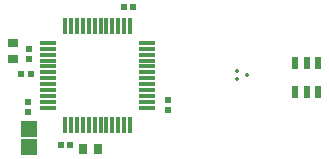
<source format=gbp>
G04*
G04 #@! TF.GenerationSoftware,Altium Limited,Altium Designer,24.5.2 (23)*
G04*
G04 Layer_Color=128*
%FSLAX44Y44*%
%MOMM*%
G71*
G04*
G04 #@! TF.SameCoordinates,BBD7BA97-53B7-428A-B693-6A0B443125F4*
G04*
G04*
G04 #@! TF.FilePolarity,Positive*
G04*
G01*
G75*
%ADD16R,0.5200X0.5200*%
%ADD26R,0.5200X0.5200*%
%ADD53R,0.9500X0.8000*%
%ADD54R,0.6000X1.1000*%
G04:AMPARAMS|DCode=55|XSize=0.3mm|YSize=0.3mm|CornerRadius=0.0495mm|HoleSize=0mm|Usage=FLASHONLY|Rotation=90.000|XOffset=0mm|YOffset=0mm|HoleType=Round|Shape=RoundedRectangle|*
%AMROUNDEDRECTD55*
21,1,0.3000,0.2010,0,0,90.0*
21,1,0.2010,0.3000,0,0,90.0*
1,1,0.0990,0.1005,0.1005*
1,1,0.0990,0.1005,-0.1005*
1,1,0.0990,-0.1005,-0.1005*
1,1,0.0990,-0.1005,0.1005*
%
%ADD55ROUNDEDRECTD55*%
%ADD56R,0.8000X0.9500*%
%ADD57R,1.4562X1.3781*%
%ADD58R,1.4000X0.3000*%
%ADD59R,0.3000X1.4000*%
D16*
X969000Y941000D02*
D03*
X977000D02*
D03*
X1030000Y1058000D02*
D03*
X1022000D02*
D03*
X943250Y1001500D02*
D03*
X935250D02*
D03*
D26*
X940750Y977000D02*
D03*
Y969000D02*
D03*
X942000Y1014000D02*
D03*
Y1022000D02*
D03*
X1060000Y971000D02*
D03*
Y979000D02*
D03*
D53*
X928750Y1027000D02*
D03*
Y1014000D02*
D03*
D54*
X1186500Y985500D02*
D03*
X1177000D02*
D03*
X1167500D02*
D03*
Y1010500D02*
D03*
X1186500D02*
D03*
X1177000D02*
D03*
D55*
X1117750Y996500D02*
D03*
X1126250Y1000000D02*
D03*
X1117750Y1003500D02*
D03*
D56*
X987500Y937250D02*
D03*
X1000500D02*
D03*
D57*
X941750Y954500D02*
D03*
Y939219D02*
D03*
D58*
X958000Y972500D02*
D03*
Y977500D02*
D03*
Y982500D02*
D03*
Y987500D02*
D03*
Y992500D02*
D03*
Y997500D02*
D03*
Y1002500D02*
D03*
Y1007500D02*
D03*
Y1012500D02*
D03*
Y1017500D02*
D03*
Y1022500D02*
D03*
Y1027500D02*
D03*
X1042000D02*
D03*
Y1022500D02*
D03*
Y1017500D02*
D03*
Y1012500D02*
D03*
Y1007500D02*
D03*
Y1002500D02*
D03*
Y997500D02*
D03*
Y992500D02*
D03*
Y987500D02*
D03*
Y982500D02*
D03*
Y977500D02*
D03*
Y972500D02*
D03*
D59*
X972500Y1042000D02*
D03*
X977500D02*
D03*
X982500D02*
D03*
X987500D02*
D03*
X992500D02*
D03*
X997500D02*
D03*
X1002500D02*
D03*
X1007500D02*
D03*
X1012500D02*
D03*
X1017500D02*
D03*
X1022500D02*
D03*
X1027500D02*
D03*
Y958000D02*
D03*
X1022500D02*
D03*
X1017500D02*
D03*
X1012500D02*
D03*
X1007500D02*
D03*
X1002500D02*
D03*
X997500D02*
D03*
X992500D02*
D03*
X987500D02*
D03*
X982500D02*
D03*
X977500D02*
D03*
X972500D02*
D03*
M02*

</source>
